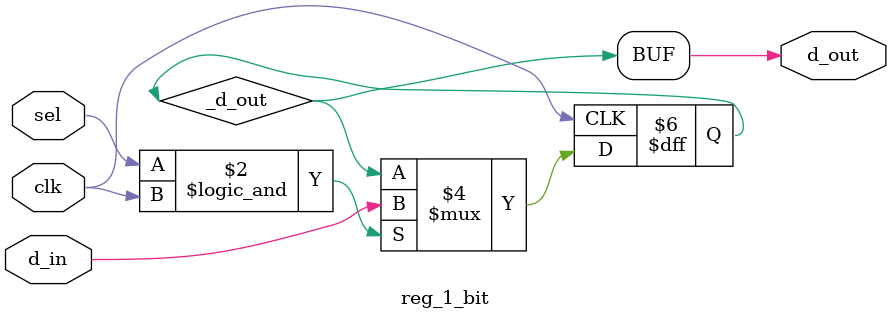
<source format=v>
module reg_1_bit(
    input wire d_in,
    output wire d_out,
    input wire sel,
    input wire clk
);
reg _d_out = 1'b0;
always @(posedge clk) begin
    if (sel && clk) 
        _d_out <= d_in;
end
assign d_out = _d_out;
endmodule
</source>
